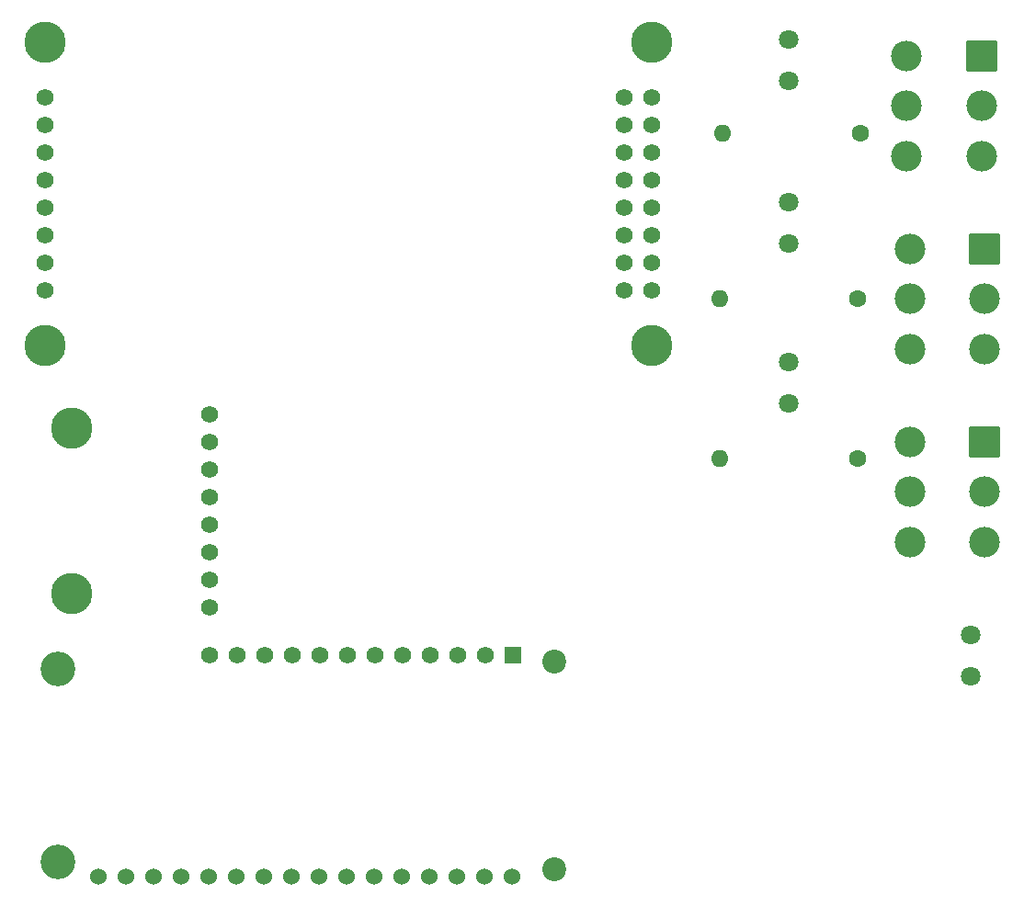
<source format=gbr>
%TF.GenerationSoftware,KiCad,Pcbnew,7.0.11+dfsg-1build4*%
%TF.CreationDate,2024-09-23T14:49:35-04:00*%
%TF.ProjectId,Geophone+Accel+CalibSwitch,47656f70-686f-46e6-952b-416363656c2b,rev?*%
%TF.SameCoordinates,Original*%
%TF.FileFunction,Soldermask,Top*%
%TF.FilePolarity,Negative*%
%FSLAX46Y46*%
G04 Gerber Fmt 4.6, Leading zero omitted, Abs format (unit mm)*
G04 Created by KiCad (PCBNEW 7.0.11+dfsg-1build4) date 2024-09-23 14:49:35*
%MOMM*%
%LPD*%
G01*
G04 APERTURE LIST*
G04 Aperture macros list*
%AMRoundRect*
0 Rectangle with rounded corners*
0 $1 Rounding radius*
0 $2 $3 $4 $5 $6 $7 $8 $9 X,Y pos of 4 corners*
0 Add a 4 corners polygon primitive as box body*
4,1,4,$2,$3,$4,$5,$6,$7,$8,$9,$2,$3,0*
0 Add four circle primitives for the rounded corners*
1,1,$1+$1,$2,$3*
1,1,$1+$1,$4,$5*
1,1,$1+$1,$6,$7*
1,1,$1+$1,$8,$9*
0 Add four rect primitives between the rounded corners*
20,1,$1+$1,$2,$3,$4,$5,0*
20,1,$1+$1,$4,$5,$6,$7,0*
20,1,$1+$1,$6,$7,$8,$9,0*
20,1,$1+$1,$8,$9,$2,$3,0*%
G04 Aperture macros list end*
%ADD10RoundRect,0.102000X-1.312500X1.312500X-1.312500X-1.312500X1.312500X-1.312500X1.312500X1.312500X0*%
%ADD11C,2.829000*%
%ADD12C,1.803400*%
%ADD13C,1.600000*%
%ADD14O,1.600000X1.600000*%
%ADD15C,3.200000*%
%ADD16C,2.200000*%
%ADD17C,1.524000*%
%ADD18R,1.574800X1.574800*%
%ADD19C,1.574800*%
%ADD20C,3.810000*%
G04 APERTURE END LIST*
D10*
%TO.C,S2*%
X226379900Y-86360000D03*
D11*
X226379900Y-90960000D03*
X226379900Y-95560000D03*
X219469900Y-86360000D03*
X219469900Y-90960000D03*
X219469900Y-95560000D03*
%TD*%
D12*
%TO.C,G3*%
X208280000Y-100584000D03*
X208280000Y-96773999D03*
%TD*%
%TO.C,G2*%
X208280000Y-85852000D03*
X208280000Y-82041999D03*
%TD*%
%TO.C,G1*%
X208280000Y-70866001D03*
X208280000Y-67056000D03*
%TD*%
D13*
%TO.C,R3*%
X214630000Y-105664000D03*
D14*
X201930000Y-105664000D03*
%TD*%
D15*
%TO.C,MCU1*%
X140970000Y-125024000D03*
X140970000Y-142804000D03*
D16*
X186691000Y-124389000D03*
X186691000Y-143503000D03*
D17*
X144767000Y-144150000D03*
X147307000Y-144150000D03*
X149847000Y-144150000D03*
X152387000Y-144150000D03*
X154927000Y-144150000D03*
X157467000Y-144150000D03*
X160007000Y-144150000D03*
X162547000Y-144150000D03*
X165087000Y-144150000D03*
X167627000Y-144150000D03*
X170167000Y-144150000D03*
X172707000Y-144150000D03*
X175247000Y-144150000D03*
X177787000Y-144150000D03*
X180327000Y-144150000D03*
X182867000Y-144150000D03*
D18*
X182890000Y-123825000D03*
D19*
X180350000Y-123825000D03*
X177810000Y-123825000D03*
X175270000Y-123825000D03*
X172730000Y-123825000D03*
X170190000Y-123825000D03*
X167650000Y-123825000D03*
X165110000Y-123825000D03*
X162570000Y-123825000D03*
X160030000Y-123825000D03*
X157490000Y-123825000D03*
X154950000Y-123825000D03*
%TD*%
D13*
%TO.C,R2*%
X214630000Y-90932000D03*
D14*
X201930000Y-90932000D03*
%TD*%
D10*
%TO.C,S3*%
X226379900Y-104140000D03*
D11*
X226379900Y-108740000D03*
X226379900Y-113340000D03*
X219469900Y-104140000D03*
X219469900Y-108740000D03*
X219469900Y-113340000D03*
%TD*%
D13*
%TO.C,R1*%
X214884000Y-75692000D03*
D14*
X202184000Y-75692000D03*
%TD*%
D10*
%TO.C,S1*%
X226060000Y-68580000D03*
D11*
X226060000Y-73180000D03*
X226060000Y-77780000D03*
X219150000Y-68580000D03*
X219150000Y-73180000D03*
X219150000Y-77780000D03*
%TD*%
D20*
%TO.C,AD1*%
X195707000Y-67310000D03*
X139827000Y-67310000D03*
X195707000Y-95250000D03*
X139827000Y-95250000D03*
D19*
X139827000Y-72390000D03*
X139827000Y-74930000D03*
X139827000Y-77470000D03*
X139827000Y-80010000D03*
X139827000Y-82550000D03*
X139827000Y-85090000D03*
X139827000Y-87630000D03*
X139827000Y-90170000D03*
X195717000Y-72390000D03*
X195717000Y-74930000D03*
X195717000Y-77470000D03*
X195717000Y-80010000D03*
X195717000Y-82550000D03*
X195717000Y-85090000D03*
X195717000Y-87630000D03*
X195717000Y-90170000D03*
X193177000Y-90170000D03*
X193177000Y-87630000D03*
X193177000Y-85090000D03*
X193177000Y-82550000D03*
X193177000Y-80010000D03*
X193177000Y-77470000D03*
X193177000Y-74930000D03*
X193177000Y-72390000D03*
%TD*%
D12*
%TO.C,V1*%
X225044000Y-125730001D03*
X225044000Y-121920000D03*
%TD*%
D20*
%TO.C,A1*%
X142240000Y-118110000D03*
X142240000Y-102870000D03*
D19*
X154940000Y-119380000D03*
X154940000Y-116840000D03*
X154940000Y-114300000D03*
X154940000Y-111760000D03*
X154940000Y-109220000D03*
X154940000Y-106680000D03*
X154940000Y-104140000D03*
X154940000Y-101600000D03*
%TD*%
M02*

</source>
